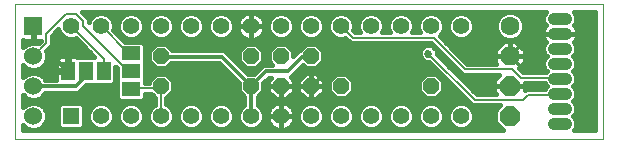
<source format=gbl>
G75*
%MOIN*%
%OFA0B0*%
%FSLAX25Y25*%
%IPPOS*%
%LPD*%
%AMOC8*
5,1,8,0,0,1.08239X$1,22.5*
%
%ADD10C,0.00000*%
%ADD11R,0.05600X0.05600*%
%ADD12C,0.05600*%
%ADD13OC8,0.05200*%
%ADD14OC8,0.06300*%
%ADD15C,0.06300*%
%ADD16OC8,0.06600*%
%ADD17R,0.06000X0.06000*%
%ADD18C,0.06000*%
%ADD19R,0.06300X0.04600*%
%ADD20R,0.04600X0.06300*%
%ADD21C,0.04000*%
%ADD22C,0.01400*%
%ADD23C,0.02700*%
%ADD24C,0.01600*%
%ADD25C,0.00700*%
D10*
X0042595Y0003750D02*
X0042595Y0048750D01*
X0238845Y0048750D01*
X0238845Y0003750D01*
X0042595Y0003750D01*
D11*
X0061345Y0011250D03*
D12*
X0071345Y0011250D03*
X0081345Y0011250D03*
X0091345Y0011250D03*
X0101345Y0011250D03*
X0111345Y0011250D03*
X0121345Y0011250D03*
X0131345Y0011250D03*
X0141345Y0011250D03*
X0151345Y0011250D03*
X0161345Y0011250D03*
X0171345Y0011250D03*
X0181345Y0011250D03*
X0191345Y0011250D03*
X0191345Y0041250D03*
X0181345Y0041250D03*
X0171345Y0041250D03*
X0161345Y0041250D03*
X0151345Y0041250D03*
X0141345Y0041250D03*
X0131345Y0041250D03*
X0121345Y0041250D03*
X0111345Y0041250D03*
X0101345Y0041250D03*
X0091345Y0041250D03*
X0081345Y0041250D03*
X0071345Y0041250D03*
X0061345Y0041250D03*
D13*
X0091345Y0031250D03*
X0091345Y0021250D03*
X0121345Y0021250D03*
X0131345Y0021250D03*
X0141345Y0021250D03*
X0151345Y0021250D03*
X0141345Y0031250D03*
X0131345Y0031250D03*
X0121345Y0031250D03*
X0181345Y0021250D03*
D14*
X0207595Y0031250D03*
D15*
X0207595Y0041250D03*
D16*
X0207595Y0021250D03*
X0207595Y0011250D03*
D17*
X0048845Y0041250D03*
D18*
X0048845Y0031250D03*
X0048845Y0021250D03*
X0048845Y0011250D03*
D19*
X0081345Y0020250D03*
X0081345Y0026250D03*
X0081345Y0032250D03*
D20*
X0072345Y0026250D03*
X0066345Y0026250D03*
X0060345Y0026250D03*
D21*
X0222345Y0023750D02*
X0226345Y0023750D01*
X0226345Y0018750D02*
X0222345Y0018750D01*
X0222345Y0013750D02*
X0226345Y0013750D01*
X0226345Y0008750D02*
X0222345Y0008750D01*
X0222345Y0028750D02*
X0226345Y0028750D01*
X0226345Y0033750D02*
X0222345Y0033750D01*
X0222345Y0038750D02*
X0226345Y0038750D01*
X0226345Y0043750D02*
X0222345Y0043750D01*
D22*
X0226345Y0038750D02*
X0215145Y0038750D01*
X0207795Y0031400D01*
X0207595Y0031250D01*
X0212345Y0026500D01*
X0207595Y0021250D02*
X0195545Y0021250D01*
X0181895Y0034900D01*
X0155295Y0034900D01*
X0141645Y0021250D01*
X0141345Y0021250D01*
X0133545Y0026250D02*
X0126345Y0026250D01*
X0121345Y0021250D01*
X0121345Y0011250D01*
X0121345Y0021250D02*
X0111545Y0031050D01*
X0091595Y0031050D01*
X0091345Y0031250D01*
X0066345Y0026250D02*
X0066045Y0026150D01*
X0066045Y0024400D01*
X0062895Y0021250D01*
X0048845Y0021250D01*
X0054145Y0032450D02*
X0060345Y0026250D01*
X0133545Y0026250D02*
X0138345Y0031050D01*
X0141295Y0031050D01*
X0141345Y0031250D01*
D23*
X0175395Y0032450D03*
X0180495Y0032100D03*
X0212345Y0026500D03*
X0054145Y0032450D03*
D24*
X0053345Y0032145D02*
X0053026Y0032915D01*
X0054945Y0034834D01*
X0054945Y0037984D01*
X0057136Y0040175D01*
X0057700Y0038814D01*
X0058909Y0037605D01*
X0060490Y0036950D01*
X0062200Y0036950D01*
X0062857Y0037222D01*
X0069179Y0030900D01*
X0063647Y0030900D01*
X0063340Y0031077D01*
X0062882Y0031200D01*
X0060695Y0031200D01*
X0060695Y0026600D01*
X0059995Y0026600D01*
X0059995Y0025900D01*
X0056245Y0025900D01*
X0056245Y0023450D01*
X0052805Y0023450D01*
X0052660Y0023799D01*
X0051394Y0025065D01*
X0049740Y0025750D01*
X0047950Y0025750D01*
X0046296Y0025065D01*
X0045395Y0024164D01*
X0045395Y0028336D01*
X0046296Y0027435D01*
X0047950Y0026750D01*
X0049740Y0026750D01*
X0051394Y0027435D01*
X0052660Y0028701D01*
X0053345Y0030355D01*
X0053345Y0032145D01*
X0053189Y0032523D02*
X0067556Y0032523D01*
X0065957Y0034122D02*
X0054233Y0034122D01*
X0054945Y0035720D02*
X0064359Y0035720D01*
X0059600Y0037319D02*
X0054945Y0037319D01*
X0051245Y0036450D02*
X0051245Y0036366D01*
X0050369Y0035490D01*
X0049740Y0035750D01*
X0047950Y0035750D01*
X0046296Y0035065D01*
X0045395Y0034164D01*
X0045395Y0036507D01*
X0045608Y0036450D01*
X0048645Y0036450D01*
X0048645Y0041050D01*
X0049045Y0041050D01*
X0049045Y0036450D01*
X0051245Y0036450D01*
X0050599Y0035720D02*
X0049812Y0035720D01*
X0049045Y0037319D02*
X0048645Y0037319D01*
X0047878Y0035720D02*
X0045395Y0035720D01*
X0048645Y0038917D02*
X0049045Y0038917D01*
X0049045Y0040516D02*
X0048645Y0040516D01*
X0055879Y0038917D02*
X0057657Y0038917D01*
X0067195Y0042467D02*
X0067195Y0043716D01*
X0064961Y0045950D01*
X0219595Y0045950D01*
X0219378Y0045733D01*
X0218845Y0044446D01*
X0218845Y0043054D01*
X0219378Y0041767D01*
X0219683Y0041462D01*
X0219393Y0041172D01*
X0218978Y0040550D01*
X0218691Y0039858D01*
X0218545Y0039124D01*
X0218545Y0038750D01*
X0226345Y0038750D01*
X0226345Y0038750D01*
X0218545Y0038750D01*
X0218545Y0038376D01*
X0218691Y0037642D01*
X0218978Y0036950D01*
X0219393Y0036328D01*
X0219683Y0036038D01*
X0219378Y0035733D01*
X0218845Y0034446D01*
X0218845Y0033054D01*
X0219378Y0031767D01*
X0219895Y0031250D01*
X0219378Y0030733D01*
X0218845Y0029446D01*
X0218845Y0028054D01*
X0219378Y0026767D01*
X0219895Y0026250D01*
X0219545Y0025900D01*
X0212061Y0025900D01*
X0210653Y0027308D01*
X0212545Y0029200D01*
X0212545Y0031250D01*
X0212545Y0033300D01*
X0209645Y0036200D01*
X0207595Y0036200D01*
X0205545Y0036200D01*
X0202645Y0033300D01*
X0202645Y0031250D01*
X0207595Y0031250D01*
X0207595Y0031250D01*
X0202645Y0031250D01*
X0202645Y0029200D01*
X0203145Y0028700D01*
X0193511Y0028700D01*
X0184194Y0038018D01*
X0184990Y0038814D01*
X0185645Y0040395D01*
X0185645Y0042105D01*
X0184990Y0043686D01*
X0183781Y0044895D01*
X0182200Y0045550D01*
X0180490Y0045550D01*
X0178909Y0044895D01*
X0177700Y0043686D01*
X0177045Y0042105D01*
X0177045Y0040395D01*
X0177540Y0039200D01*
X0175150Y0039200D01*
X0175645Y0040395D01*
X0175645Y0042105D01*
X0174990Y0043686D01*
X0173781Y0044895D01*
X0172200Y0045550D01*
X0170490Y0045550D01*
X0168909Y0044895D01*
X0167700Y0043686D01*
X0167045Y0042105D01*
X0167045Y0040395D01*
X0167540Y0039200D01*
X0165150Y0039200D01*
X0165645Y0040395D01*
X0165645Y0042105D01*
X0164990Y0043686D01*
X0163781Y0044895D01*
X0162200Y0045550D01*
X0160490Y0045550D01*
X0158909Y0044895D01*
X0157700Y0043686D01*
X0157045Y0042105D01*
X0157045Y0040395D01*
X0157540Y0039200D01*
X0156061Y0039200D01*
X0155417Y0039844D01*
X0155645Y0040395D01*
X0155645Y0042105D01*
X0154990Y0043686D01*
X0153781Y0044895D01*
X0152200Y0045550D01*
X0150490Y0045550D01*
X0148909Y0044895D01*
X0147700Y0043686D01*
X0147045Y0042105D01*
X0147045Y0040395D01*
X0147700Y0038814D01*
X0148909Y0037605D01*
X0150490Y0036950D01*
X0152200Y0036950D01*
X0152822Y0037207D01*
X0154529Y0035500D01*
X0181479Y0035500D01*
X0191979Y0025000D01*
X0204133Y0025000D01*
X0202495Y0023362D01*
X0202495Y0021250D01*
X0207595Y0021250D01*
X0207595Y0021250D01*
X0202495Y0021250D01*
X0202495Y0019138D01*
X0203083Y0018550D01*
X0196661Y0018550D01*
X0183345Y0031866D01*
X0183345Y0032667D01*
X0182911Y0033714D01*
X0182110Y0034516D01*
X0181062Y0034950D01*
X0179928Y0034950D01*
X0178881Y0034516D01*
X0178079Y0033714D01*
X0177645Y0032667D01*
X0177645Y0031533D01*
X0178079Y0030486D01*
X0178881Y0029684D01*
X0179928Y0029250D01*
X0180729Y0029250D01*
X0195129Y0014850D01*
X0204407Y0014850D01*
X0202795Y0013238D01*
X0202795Y0009262D01*
X0205507Y0006550D01*
X0045395Y0006550D01*
X0045395Y0008336D01*
X0046296Y0007435D01*
X0047950Y0006750D01*
X0049740Y0006750D01*
X0051394Y0007435D01*
X0052660Y0008701D01*
X0053345Y0010355D01*
X0053345Y0012145D01*
X0052660Y0013799D01*
X0051394Y0015065D01*
X0049740Y0015750D01*
X0047950Y0015750D01*
X0046296Y0015065D01*
X0045395Y0014164D01*
X0045395Y0018336D01*
X0046296Y0017435D01*
X0047950Y0016750D01*
X0049740Y0016750D01*
X0051394Y0017435D01*
X0052660Y0018701D01*
X0052805Y0019050D01*
X0063806Y0019050D01*
X0065095Y0020339D01*
X0066356Y0021600D01*
X0069266Y0021600D01*
X0069345Y0021679D01*
X0069424Y0021600D01*
X0075266Y0021600D01*
X0076145Y0022479D01*
X0076145Y0027784D01*
X0076695Y0027234D01*
X0076695Y0023329D01*
X0076774Y0023250D01*
X0076695Y0023171D01*
X0076695Y0017329D01*
X0077574Y0016450D01*
X0085116Y0016450D01*
X0085995Y0017329D01*
X0085995Y0018700D01*
X0088097Y0018700D01*
X0089395Y0017402D01*
X0089395Y0015097D01*
X0088909Y0014895D01*
X0087700Y0013686D01*
X0087045Y0012105D01*
X0087045Y0010395D01*
X0087700Y0008814D01*
X0088909Y0007605D01*
X0090490Y0006950D01*
X0092200Y0006950D01*
X0093781Y0007605D01*
X0094990Y0008814D01*
X0095645Y0010395D01*
X0095645Y0012105D01*
X0094990Y0013686D01*
X0093781Y0014895D01*
X0093095Y0015179D01*
X0093095Y0017202D01*
X0095445Y0019552D01*
X0095445Y0022948D01*
X0093043Y0025350D01*
X0089647Y0025350D01*
X0087245Y0022948D01*
X0087245Y0022400D01*
X0085995Y0022400D01*
X0085995Y0023171D01*
X0085916Y0023250D01*
X0085995Y0023329D01*
X0085995Y0029171D01*
X0085916Y0029250D01*
X0085995Y0029329D01*
X0085995Y0035171D01*
X0085116Y0036050D01*
X0079411Y0036050D01*
X0075476Y0039986D01*
X0075645Y0040395D01*
X0075645Y0042105D01*
X0074990Y0043686D01*
X0073781Y0044895D01*
X0072200Y0045550D01*
X0070490Y0045550D01*
X0068909Y0044895D01*
X0067700Y0043686D01*
X0067195Y0042467D01*
X0067195Y0043713D02*
X0067727Y0043713D01*
X0065600Y0045311D02*
X0069914Y0045311D01*
X0072777Y0045311D02*
X0079914Y0045311D01*
X0080490Y0045550D02*
X0078909Y0044895D01*
X0077700Y0043686D01*
X0077045Y0042105D01*
X0077045Y0040395D01*
X0077700Y0038814D01*
X0078909Y0037605D01*
X0080490Y0036950D01*
X0082200Y0036950D01*
X0083781Y0037605D01*
X0084990Y0038814D01*
X0085645Y0040395D01*
X0085645Y0042105D01*
X0084990Y0043686D01*
X0083781Y0044895D01*
X0082200Y0045550D01*
X0080490Y0045550D01*
X0082777Y0045311D02*
X0089914Y0045311D01*
X0090490Y0045550D02*
X0088909Y0044895D01*
X0087700Y0043686D01*
X0087045Y0042105D01*
X0087045Y0040395D01*
X0087700Y0038814D01*
X0088909Y0037605D01*
X0090490Y0036950D01*
X0092200Y0036950D01*
X0093781Y0037605D01*
X0094990Y0038814D01*
X0095645Y0040395D01*
X0095645Y0042105D01*
X0094990Y0043686D01*
X0093781Y0044895D01*
X0092200Y0045550D01*
X0090490Y0045550D01*
X0092777Y0045311D02*
X0099914Y0045311D01*
X0100490Y0045550D02*
X0098909Y0044895D01*
X0097700Y0043686D01*
X0097045Y0042105D01*
X0097045Y0040395D01*
X0097700Y0038814D01*
X0098909Y0037605D01*
X0100490Y0036950D01*
X0102200Y0036950D01*
X0103781Y0037605D01*
X0104990Y0038814D01*
X0105645Y0040395D01*
X0105645Y0042105D01*
X0104990Y0043686D01*
X0103781Y0044895D01*
X0102200Y0045550D01*
X0100490Y0045550D01*
X0102777Y0045311D02*
X0109914Y0045311D01*
X0110490Y0045550D02*
X0108909Y0044895D01*
X0107700Y0043686D01*
X0107045Y0042105D01*
X0107045Y0040395D01*
X0107700Y0038814D01*
X0108909Y0037605D01*
X0110490Y0036950D01*
X0112200Y0036950D01*
X0113781Y0037605D01*
X0114990Y0038814D01*
X0115645Y0040395D01*
X0115645Y0042105D01*
X0114990Y0043686D01*
X0113781Y0044895D01*
X0112200Y0045550D01*
X0110490Y0045550D01*
X0112777Y0045311D02*
X0119184Y0045311D01*
X0118934Y0045184D02*
X0119579Y0045513D01*
X0120268Y0045737D01*
X0120983Y0045850D01*
X0121345Y0045850D01*
X0121345Y0041250D01*
X0121345Y0041250D01*
X0116745Y0041250D01*
X0116745Y0041612D01*
X0116858Y0042327D01*
X0117082Y0043016D01*
X0117411Y0043661D01*
X0117836Y0044247D01*
X0118348Y0044759D01*
X0118934Y0045184D01*
X0117449Y0043713D02*
X0114963Y0043713D01*
X0115641Y0042114D02*
X0116825Y0042114D01*
X0116745Y0041250D02*
X0116745Y0040888D01*
X0116858Y0040173D01*
X0117082Y0039484D01*
X0117411Y0038839D01*
X0117836Y0038253D01*
X0118348Y0037741D01*
X0118934Y0037316D01*
X0119579Y0036987D01*
X0120268Y0036763D01*
X0120983Y0036650D01*
X0121345Y0036650D01*
X0121345Y0041250D01*
X0116745Y0041250D01*
X0116804Y0040516D02*
X0115645Y0040516D01*
X0115033Y0038917D02*
X0117371Y0038917D01*
X0121345Y0038917D02*
X0121345Y0038917D01*
X0121345Y0040516D02*
X0121345Y0040516D01*
X0121345Y0041250D02*
X0121345Y0036650D01*
X0121707Y0036650D01*
X0122422Y0036763D01*
X0123111Y0036987D01*
X0123756Y0037316D01*
X0124342Y0037741D01*
X0124854Y0038253D01*
X0125279Y0038839D01*
X0125608Y0039484D01*
X0125832Y0040173D01*
X0125945Y0040888D01*
X0125945Y0041250D01*
X0125945Y0041612D01*
X0125832Y0042327D01*
X0125608Y0043016D01*
X0125279Y0043661D01*
X0124854Y0044247D01*
X0124342Y0044759D01*
X0123756Y0045184D01*
X0123111Y0045513D01*
X0122422Y0045737D01*
X0121707Y0045850D01*
X0121345Y0045850D01*
X0121345Y0041250D01*
X0121345Y0041250D01*
X0121345Y0041250D01*
X0125945Y0041250D01*
X0121345Y0041250D01*
X0121345Y0041250D01*
X0121345Y0042114D02*
X0121345Y0042114D01*
X0121345Y0043713D02*
X0121345Y0043713D01*
X0121345Y0045311D02*
X0121345Y0045311D01*
X0123507Y0045311D02*
X0129914Y0045311D01*
X0130490Y0045550D02*
X0128909Y0044895D01*
X0127700Y0043686D01*
X0127045Y0042105D01*
X0127045Y0040395D01*
X0127700Y0038814D01*
X0128909Y0037605D01*
X0130490Y0036950D01*
X0132200Y0036950D01*
X0133781Y0037605D01*
X0134990Y0038814D01*
X0135645Y0040395D01*
X0135645Y0042105D01*
X0134990Y0043686D01*
X0133781Y0044895D01*
X0132200Y0045550D01*
X0130490Y0045550D01*
X0132777Y0045311D02*
X0139914Y0045311D01*
X0140490Y0045550D02*
X0138909Y0044895D01*
X0137700Y0043686D01*
X0137045Y0042105D01*
X0137045Y0040395D01*
X0137700Y0038814D01*
X0138909Y0037605D01*
X0140490Y0036950D01*
X0142200Y0036950D01*
X0143781Y0037605D01*
X0144990Y0038814D01*
X0145645Y0040395D01*
X0145645Y0042105D01*
X0144990Y0043686D01*
X0143781Y0044895D01*
X0142200Y0045550D01*
X0140490Y0045550D01*
X0142777Y0045311D02*
X0149914Y0045311D01*
X0147727Y0043713D02*
X0144963Y0043713D01*
X0145641Y0042114D02*
X0147049Y0042114D01*
X0147045Y0040516D02*
X0145645Y0040516D01*
X0145033Y0038917D02*
X0147657Y0038917D01*
X0149600Y0037319D02*
X0143091Y0037319D01*
X0143043Y0035350D02*
X0139647Y0035350D01*
X0137547Y0033250D01*
X0137434Y0033250D01*
X0135445Y0031261D01*
X0135445Y0032948D01*
X0133043Y0035350D01*
X0129647Y0035350D01*
X0127245Y0032948D01*
X0127245Y0029552D01*
X0128347Y0028450D01*
X0125434Y0028450D01*
X0122334Y0025350D01*
X0120356Y0025350D01*
X0112456Y0033250D01*
X0095143Y0033250D01*
X0093043Y0035350D01*
X0089647Y0035350D01*
X0087245Y0032948D01*
X0087245Y0029552D01*
X0089647Y0027150D01*
X0093043Y0027150D01*
X0094743Y0028850D01*
X0110634Y0028850D01*
X0117245Y0022239D01*
X0117245Y0019552D01*
X0119145Y0017652D01*
X0119145Y0014993D01*
X0118909Y0014895D01*
X0117700Y0013686D01*
X0117045Y0012105D01*
X0117045Y0010395D01*
X0117700Y0008814D01*
X0118909Y0007605D01*
X0120490Y0006950D01*
X0122200Y0006950D01*
X0123781Y0007605D01*
X0124990Y0008814D01*
X0125645Y0010395D01*
X0125645Y0012105D01*
X0124990Y0013686D01*
X0123781Y0014895D01*
X0123545Y0014993D01*
X0123545Y0017652D01*
X0125445Y0019552D01*
X0125445Y0022239D01*
X0127256Y0024050D01*
X0127923Y0024050D01*
X0126945Y0023073D01*
X0126945Y0021250D01*
X0131345Y0021250D01*
X0131345Y0021250D01*
X0126945Y0021250D01*
X0126945Y0019427D01*
X0129523Y0016850D01*
X0131345Y0016850D01*
X0131345Y0021250D01*
X0131345Y0021250D01*
X0131345Y0016850D01*
X0133168Y0016850D01*
X0135745Y0019427D01*
X0135745Y0021250D01*
X0135745Y0023073D01*
X0134612Y0024206D01*
X0135745Y0025339D01*
X0138602Y0028195D01*
X0139647Y0027150D01*
X0143043Y0027150D01*
X0145445Y0029552D01*
X0145445Y0032948D01*
X0143043Y0035350D01*
X0144272Y0034122D02*
X0178486Y0034122D01*
X0177645Y0032523D02*
X0145445Y0032523D01*
X0145445Y0030925D02*
X0177897Y0030925D01*
X0179744Y0029326D02*
X0145220Y0029326D01*
X0143621Y0027728D02*
X0182251Y0027728D01*
X0185885Y0029326D02*
X0187653Y0029326D01*
X0187484Y0027728D02*
X0189251Y0027728D01*
X0192885Y0029326D02*
X0202645Y0029326D01*
X0202645Y0030925D02*
X0191287Y0030925D01*
X0189688Y0032523D02*
X0202645Y0032523D01*
X0203467Y0034122D02*
X0188090Y0034122D01*
X0186491Y0035720D02*
X0205065Y0035720D01*
X0204961Y0037308D02*
X0206670Y0036600D01*
X0208520Y0036600D01*
X0210229Y0037308D01*
X0211537Y0038616D01*
X0212245Y0040325D01*
X0212245Y0042175D01*
X0211537Y0043884D01*
X0210229Y0045192D01*
X0208520Y0045900D01*
X0206670Y0045900D01*
X0204961Y0045192D01*
X0203653Y0043884D01*
X0202945Y0042175D01*
X0202945Y0040325D01*
X0203653Y0038616D01*
X0204961Y0037308D01*
X0204950Y0037319D02*
X0193091Y0037319D01*
X0193781Y0037605D02*
X0192200Y0036950D01*
X0190490Y0036950D01*
X0188909Y0037605D01*
X0187700Y0038814D01*
X0187045Y0040395D01*
X0187045Y0042105D01*
X0187700Y0043686D01*
X0188909Y0044895D01*
X0190490Y0045550D01*
X0192200Y0045550D01*
X0193781Y0044895D01*
X0194990Y0043686D01*
X0195645Y0042105D01*
X0195645Y0040395D01*
X0194990Y0038814D01*
X0193781Y0037605D01*
X0195033Y0038917D02*
X0203528Y0038917D01*
X0202945Y0040516D02*
X0195645Y0040516D01*
X0195641Y0042114D02*
X0202945Y0042114D01*
X0203582Y0043713D02*
X0194963Y0043713D01*
X0192777Y0045311D02*
X0205249Y0045311D01*
X0209941Y0045311D02*
X0219203Y0045311D01*
X0218845Y0043713D02*
X0211608Y0043713D01*
X0212245Y0042114D02*
X0219234Y0042114D01*
X0218963Y0040516D02*
X0212245Y0040516D01*
X0211662Y0038917D02*
X0218545Y0038917D01*
X0218825Y0037319D02*
X0210240Y0037319D01*
X0210125Y0035720D02*
X0219373Y0035720D01*
X0218845Y0034122D02*
X0211724Y0034122D01*
X0212545Y0032523D02*
X0219065Y0032523D01*
X0219570Y0030925D02*
X0212545Y0030925D01*
X0212545Y0031250D02*
X0207595Y0031250D01*
X0207595Y0036200D01*
X0207595Y0031250D01*
X0207595Y0031250D01*
X0212545Y0031250D01*
X0212545Y0029326D02*
X0218845Y0029326D01*
X0218980Y0027728D02*
X0211073Y0027728D01*
X0211832Y0026129D02*
X0219775Y0026129D01*
X0228795Y0026250D02*
X0229312Y0026767D01*
X0229845Y0028054D01*
X0229845Y0029446D01*
X0229312Y0030733D01*
X0228795Y0031250D01*
X0229312Y0031767D01*
X0229845Y0033054D01*
X0229845Y0034446D01*
X0229312Y0035733D01*
X0229007Y0036038D01*
X0229297Y0036328D01*
X0229713Y0036950D01*
X0229999Y0037642D01*
X0230145Y0038376D01*
X0230145Y0038750D01*
X0230145Y0039124D01*
X0229999Y0039858D01*
X0229713Y0040550D01*
X0229297Y0041172D01*
X0229007Y0041462D01*
X0229312Y0041767D01*
X0229845Y0043054D01*
X0229845Y0044446D01*
X0229312Y0045733D01*
X0229095Y0045950D01*
X0236045Y0045950D01*
X0236045Y0006550D01*
X0229095Y0006550D01*
X0229312Y0006767D01*
X0229845Y0008054D01*
X0229845Y0009446D01*
X0229312Y0010733D01*
X0228795Y0011250D01*
X0229312Y0011767D01*
X0229845Y0013054D01*
X0229845Y0014446D01*
X0229312Y0015733D01*
X0228795Y0016250D01*
X0229312Y0016767D01*
X0229845Y0018054D01*
X0229845Y0019446D01*
X0229312Y0020733D01*
X0228795Y0021250D01*
X0229312Y0021767D01*
X0229845Y0023054D01*
X0229845Y0024446D01*
X0229312Y0025733D01*
X0228795Y0026250D01*
X0228916Y0026129D02*
X0236045Y0026129D01*
X0236045Y0024531D02*
X0229810Y0024531D01*
X0229795Y0022932D02*
X0236045Y0022932D01*
X0236045Y0021334D02*
X0228879Y0021334D01*
X0229725Y0019735D02*
X0236045Y0019735D01*
X0236045Y0018137D02*
X0229845Y0018137D01*
X0229083Y0016538D02*
X0236045Y0016538D01*
X0236045Y0014940D02*
X0229641Y0014940D01*
X0229845Y0013341D02*
X0236045Y0013341D01*
X0236045Y0011743D02*
X0229287Y0011743D01*
X0229556Y0010144D02*
X0236045Y0010144D01*
X0236045Y0008546D02*
X0229845Y0008546D01*
X0229387Y0006947D02*
X0236045Y0006947D01*
X0205110Y0006947D02*
X0132988Y0006947D01*
X0133111Y0006987D02*
X0133756Y0007316D01*
X0134342Y0007741D01*
X0134854Y0008253D01*
X0135279Y0008839D01*
X0135608Y0009484D01*
X0135832Y0010173D01*
X0135945Y0010888D01*
X0135945Y0011250D01*
X0135945Y0011612D01*
X0135832Y0012327D01*
X0135608Y0013016D01*
X0135279Y0013661D01*
X0134854Y0014247D01*
X0134342Y0014759D01*
X0133756Y0015184D01*
X0133111Y0015513D01*
X0132422Y0015737D01*
X0131707Y0015850D01*
X0131345Y0015850D01*
X0130983Y0015850D01*
X0130268Y0015737D01*
X0129579Y0015513D01*
X0128934Y0015184D01*
X0128348Y0014759D01*
X0127836Y0014247D01*
X0127411Y0013661D01*
X0127082Y0013016D01*
X0126858Y0012327D01*
X0126745Y0011612D01*
X0126745Y0011250D01*
X0131345Y0011250D01*
X0131345Y0011250D01*
X0126745Y0011250D01*
X0126745Y0010888D01*
X0126858Y0010173D01*
X0127082Y0009484D01*
X0127411Y0008839D01*
X0127836Y0008253D01*
X0128348Y0007741D01*
X0128934Y0007316D01*
X0129579Y0006987D01*
X0130268Y0006763D01*
X0130983Y0006650D01*
X0131345Y0006650D01*
X0131345Y0011250D01*
X0131345Y0015850D01*
X0131345Y0011250D01*
X0131345Y0011250D01*
X0131345Y0011250D01*
X0131345Y0006650D01*
X0131707Y0006650D01*
X0132422Y0006763D01*
X0133111Y0006987D01*
X0131345Y0006947D02*
X0131345Y0006947D01*
X0129702Y0006947D02*
X0050216Y0006947D01*
X0047474Y0006947D02*
X0045395Y0006947D01*
X0052505Y0008546D02*
X0057045Y0008546D01*
X0057045Y0007829D02*
X0057924Y0006950D01*
X0064766Y0006950D01*
X0065645Y0007829D01*
X0065645Y0014671D01*
X0064766Y0015550D01*
X0057924Y0015550D01*
X0057045Y0014671D01*
X0057045Y0007829D01*
X0057045Y0010144D02*
X0053258Y0010144D01*
X0053345Y0011743D02*
X0057045Y0011743D01*
X0057045Y0013341D02*
X0052850Y0013341D01*
X0051520Y0014940D02*
X0057313Y0014940D01*
X0065377Y0014940D02*
X0069016Y0014940D01*
X0068909Y0014895D02*
X0067700Y0013686D01*
X0067045Y0012105D01*
X0067045Y0010395D01*
X0067700Y0008814D01*
X0068909Y0007605D01*
X0070490Y0006950D01*
X0072200Y0006950D01*
X0073781Y0007605D01*
X0074990Y0008814D01*
X0075645Y0010395D01*
X0075645Y0012105D01*
X0074990Y0013686D01*
X0073781Y0014895D01*
X0072200Y0015550D01*
X0070490Y0015550D01*
X0068909Y0014895D01*
X0067557Y0013341D02*
X0065645Y0013341D01*
X0065645Y0011743D02*
X0067045Y0011743D01*
X0067149Y0010144D02*
X0065645Y0010144D01*
X0065645Y0008546D02*
X0067968Y0008546D01*
X0074722Y0008546D02*
X0077968Y0008546D01*
X0077700Y0008814D02*
X0078909Y0007605D01*
X0080490Y0006950D01*
X0082200Y0006950D01*
X0083781Y0007605D01*
X0084990Y0008814D01*
X0085645Y0010395D01*
X0085645Y0012105D01*
X0084990Y0013686D01*
X0083781Y0014895D01*
X0082200Y0015550D01*
X0080490Y0015550D01*
X0078909Y0014895D01*
X0077700Y0013686D01*
X0077045Y0012105D01*
X0077045Y0010395D01*
X0077700Y0008814D01*
X0077149Y0010144D02*
X0075541Y0010144D01*
X0075645Y0011743D02*
X0077045Y0011743D01*
X0077557Y0013341D02*
X0075133Y0013341D01*
X0073674Y0014940D02*
X0079016Y0014940D01*
X0077486Y0016538D02*
X0045395Y0016538D01*
X0045395Y0018137D02*
X0045595Y0018137D01*
X0052096Y0018137D02*
X0076695Y0018137D01*
X0076695Y0019735D02*
X0064492Y0019735D01*
X0066090Y0021334D02*
X0076695Y0021334D01*
X0076695Y0022932D02*
X0076145Y0022932D01*
X0076145Y0024531D02*
X0076695Y0024531D01*
X0076695Y0026129D02*
X0076145Y0026129D01*
X0076145Y0027728D02*
X0076201Y0027728D01*
X0069154Y0030925D02*
X0063604Y0030925D01*
X0060695Y0030925D02*
X0059995Y0030925D01*
X0059995Y0031200D02*
X0057808Y0031200D01*
X0057350Y0031077D01*
X0056940Y0030840D01*
X0056605Y0030505D01*
X0056368Y0030095D01*
X0056245Y0029637D01*
X0056245Y0026600D01*
X0059995Y0026600D01*
X0059995Y0031200D01*
X0057086Y0030925D02*
X0053345Y0030925D01*
X0052919Y0029326D02*
X0056245Y0029326D01*
X0056245Y0027728D02*
X0051687Y0027728D01*
X0046003Y0027728D02*
X0045395Y0027728D01*
X0045395Y0026129D02*
X0059995Y0026129D01*
X0059995Y0027728D02*
X0060695Y0027728D01*
X0060695Y0029326D02*
X0059995Y0029326D01*
X0056245Y0024531D02*
X0051928Y0024531D01*
X0045762Y0024531D02*
X0045395Y0024531D01*
X0045395Y0014940D02*
X0046171Y0014940D01*
X0083674Y0014940D02*
X0089016Y0014940D01*
X0087557Y0013341D02*
X0085133Y0013341D01*
X0085645Y0011743D02*
X0087045Y0011743D01*
X0087149Y0010144D02*
X0085541Y0010144D01*
X0084722Y0008546D02*
X0087968Y0008546D01*
X0094722Y0008546D02*
X0097968Y0008546D01*
X0097700Y0008814D02*
X0098909Y0007605D01*
X0100490Y0006950D01*
X0102200Y0006950D01*
X0103781Y0007605D01*
X0104990Y0008814D01*
X0105645Y0010395D01*
X0105645Y0012105D01*
X0104990Y0013686D01*
X0103781Y0014895D01*
X0102200Y0015550D01*
X0100490Y0015550D01*
X0098909Y0014895D01*
X0097700Y0013686D01*
X0097045Y0012105D01*
X0097045Y0010395D01*
X0097700Y0008814D01*
X0097149Y0010144D02*
X0095541Y0010144D01*
X0095645Y0011743D02*
X0097045Y0011743D01*
X0097557Y0013341D02*
X0095133Y0013341D01*
X0093674Y0014940D02*
X0099016Y0014940D01*
X0103674Y0014940D02*
X0109016Y0014940D01*
X0108909Y0014895D02*
X0107700Y0013686D01*
X0107045Y0012105D01*
X0107045Y0010395D01*
X0107700Y0008814D01*
X0108909Y0007605D01*
X0110490Y0006950D01*
X0112200Y0006950D01*
X0113781Y0007605D01*
X0114990Y0008814D01*
X0115645Y0010395D01*
X0115645Y0012105D01*
X0114990Y0013686D01*
X0113781Y0014895D01*
X0112200Y0015550D01*
X0110490Y0015550D01*
X0108909Y0014895D01*
X0107557Y0013341D02*
X0105133Y0013341D01*
X0105645Y0011743D02*
X0107045Y0011743D01*
X0107149Y0010144D02*
X0105541Y0010144D01*
X0104722Y0008546D02*
X0107968Y0008546D01*
X0114722Y0008546D02*
X0117968Y0008546D01*
X0117149Y0010144D02*
X0115541Y0010144D01*
X0115645Y0011743D02*
X0117045Y0011743D01*
X0117557Y0013341D02*
X0115133Y0013341D01*
X0113674Y0014940D02*
X0119016Y0014940D01*
X0119145Y0016538D02*
X0093095Y0016538D01*
X0094030Y0018137D02*
X0118660Y0018137D01*
X0117245Y0019735D02*
X0095445Y0019735D01*
X0095445Y0021334D02*
X0117245Y0021334D01*
X0116552Y0022932D02*
X0095445Y0022932D01*
X0093863Y0024531D02*
X0114953Y0024531D01*
X0113355Y0026129D02*
X0085995Y0026129D01*
X0085995Y0024531D02*
X0088828Y0024531D01*
X0087245Y0022932D02*
X0085995Y0022932D01*
X0085995Y0018137D02*
X0088660Y0018137D01*
X0089395Y0016538D02*
X0085205Y0016538D01*
X0085995Y0027728D02*
X0089069Y0027728D01*
X0087471Y0029326D02*
X0085993Y0029326D01*
X0085995Y0030925D02*
X0087245Y0030925D01*
X0087245Y0032523D02*
X0085995Y0032523D01*
X0085995Y0034122D02*
X0088419Y0034122D01*
X0085446Y0035720D02*
X0154309Y0035720D01*
X0155645Y0040516D02*
X0157045Y0040516D01*
X0157049Y0042114D02*
X0155641Y0042114D01*
X0154963Y0043713D02*
X0157727Y0043713D01*
X0159914Y0045311D02*
X0152777Y0045311D01*
X0162777Y0045311D02*
X0169914Y0045311D01*
X0167727Y0043713D02*
X0164963Y0043713D01*
X0165641Y0042114D02*
X0167049Y0042114D01*
X0167045Y0040516D02*
X0165645Y0040516D01*
X0174963Y0043713D02*
X0177727Y0043713D01*
X0179914Y0045311D02*
X0172777Y0045311D01*
X0175641Y0042114D02*
X0177049Y0042114D01*
X0177045Y0040516D02*
X0175645Y0040516D01*
X0185033Y0038917D02*
X0187657Y0038917D01*
X0187045Y0040516D02*
X0185645Y0040516D01*
X0185641Y0042114D02*
X0187049Y0042114D01*
X0187727Y0043713D02*
X0184963Y0043713D01*
X0182777Y0045311D02*
X0189914Y0045311D01*
X0189600Y0037319D02*
X0184893Y0037319D01*
X0182857Y0034122D02*
X0182504Y0034122D01*
X0183345Y0032523D02*
X0184456Y0032523D01*
X0184287Y0030925D02*
X0186054Y0030925D01*
X0183850Y0026129D02*
X0136536Y0026129D01*
X0134937Y0024531D02*
X0138403Y0024531D01*
X0139523Y0025650D02*
X0136945Y0023073D01*
X0136945Y0021250D01*
X0141345Y0021250D01*
X0141345Y0021250D01*
X0136945Y0021250D01*
X0136945Y0019427D01*
X0139523Y0016850D01*
X0141345Y0016850D01*
X0141345Y0021250D01*
X0141345Y0025650D01*
X0139523Y0025650D01*
X0141345Y0025650D02*
X0141345Y0021250D01*
X0141345Y0021250D01*
X0141345Y0021250D01*
X0141345Y0016850D01*
X0143168Y0016850D01*
X0145745Y0019427D01*
X0145745Y0021250D01*
X0145745Y0023073D01*
X0143168Y0025650D01*
X0141345Y0025650D01*
X0141345Y0024531D02*
X0141345Y0024531D01*
X0144287Y0024531D02*
X0148828Y0024531D01*
X0149647Y0025350D02*
X0147245Y0022948D01*
X0147245Y0019552D01*
X0149647Y0017150D01*
X0153043Y0017150D01*
X0155445Y0019552D01*
X0155445Y0022948D01*
X0153043Y0025350D01*
X0149647Y0025350D01*
X0153863Y0024531D02*
X0178828Y0024531D01*
X0179647Y0025350D02*
X0177245Y0022948D01*
X0177245Y0019552D01*
X0179647Y0017150D01*
X0183043Y0017150D01*
X0185445Y0019552D01*
X0185445Y0022948D01*
X0183043Y0025350D01*
X0179647Y0025350D01*
X0183863Y0024531D02*
X0185448Y0024531D01*
X0189082Y0026129D02*
X0190850Y0026129D01*
X0190681Y0024531D02*
X0203663Y0024531D01*
X0202495Y0022932D02*
X0192279Y0022932D01*
X0193878Y0021334D02*
X0202495Y0021334D01*
X0207595Y0021250D02*
X0212695Y0021250D01*
X0212695Y0022200D01*
X0219199Y0022200D01*
X0219378Y0021767D01*
X0219895Y0021250D01*
X0219378Y0020733D01*
X0219199Y0020300D01*
X0213029Y0020300D01*
X0212695Y0019966D01*
X0212695Y0021250D01*
X0207595Y0021250D01*
X0207595Y0021250D01*
X0202495Y0019735D02*
X0195476Y0019735D01*
X0191842Y0018137D02*
X0184030Y0018137D01*
X0178660Y0018137D02*
X0154030Y0018137D01*
X0155445Y0019735D02*
X0177245Y0019735D01*
X0177245Y0021334D02*
X0155445Y0021334D01*
X0155445Y0022932D02*
X0177245Y0022932D01*
X0185445Y0022932D02*
X0187047Y0022932D01*
X0188645Y0021334D02*
X0185445Y0021334D01*
X0185445Y0019735D02*
X0190244Y0019735D01*
X0193441Y0016538D02*
X0123545Y0016538D01*
X0124030Y0018137D02*
X0128236Y0018137D01*
X0131345Y0018137D02*
X0131345Y0018137D01*
X0134454Y0018137D02*
X0138236Y0018137D01*
X0141345Y0018137D02*
X0141345Y0018137D01*
X0144454Y0018137D02*
X0148660Y0018137D01*
X0147245Y0019735D02*
X0145745Y0019735D01*
X0145745Y0021250D02*
X0141345Y0021250D01*
X0145745Y0021250D01*
X0145745Y0021334D02*
X0147245Y0021334D01*
X0147245Y0022932D02*
X0145745Y0022932D01*
X0141345Y0022932D02*
X0141345Y0022932D01*
X0141345Y0021334D02*
X0141345Y0021334D01*
X0141345Y0021250D02*
X0141345Y0021250D01*
X0141345Y0019735D02*
X0141345Y0019735D01*
X0136945Y0019735D02*
X0135745Y0019735D01*
X0135745Y0021250D02*
X0131345Y0021250D01*
X0135745Y0021250D01*
X0135745Y0021334D02*
X0136945Y0021334D01*
X0136945Y0022932D02*
X0135745Y0022932D01*
X0131345Y0021250D02*
X0131345Y0021250D01*
X0131345Y0019735D02*
X0131345Y0019735D01*
X0126945Y0019735D02*
X0125445Y0019735D01*
X0125445Y0021334D02*
X0126945Y0021334D01*
X0126945Y0022932D02*
X0126139Y0022932D01*
X0123113Y0026129D02*
X0119577Y0026129D01*
X0119647Y0027150D02*
X0123043Y0027150D01*
X0125445Y0029552D01*
X0125445Y0032948D01*
X0123043Y0035350D01*
X0119647Y0035350D01*
X0117245Y0032948D01*
X0117245Y0029552D01*
X0119647Y0027150D01*
X0119069Y0027728D02*
X0117979Y0027728D01*
X0117471Y0029326D02*
X0116380Y0029326D01*
X0117245Y0030925D02*
X0114782Y0030925D01*
X0113183Y0032523D02*
X0117245Y0032523D01*
X0118419Y0034122D02*
X0094272Y0034122D01*
X0093091Y0037319D02*
X0099600Y0037319D01*
X0103091Y0037319D02*
X0109600Y0037319D01*
X0107657Y0038917D02*
X0105033Y0038917D01*
X0105645Y0040516D02*
X0107045Y0040516D01*
X0107049Y0042114D02*
X0105641Y0042114D01*
X0104963Y0043713D02*
X0107727Y0043713D01*
X0097727Y0043713D02*
X0094963Y0043713D01*
X0095641Y0042114D02*
X0097049Y0042114D01*
X0097045Y0040516D02*
X0095645Y0040516D01*
X0095033Y0038917D02*
X0097657Y0038917D01*
X0089600Y0037319D02*
X0083091Y0037319D01*
X0079600Y0037319D02*
X0078143Y0037319D01*
X0077657Y0038917D02*
X0076544Y0038917D01*
X0077045Y0040516D02*
X0075645Y0040516D01*
X0075641Y0042114D02*
X0077049Y0042114D01*
X0077727Y0043713D02*
X0074963Y0043713D01*
X0084963Y0043713D02*
X0087727Y0043713D01*
X0087049Y0042114D02*
X0085641Y0042114D01*
X0085645Y0040516D02*
X0087045Y0040516D01*
X0087657Y0038917D02*
X0085033Y0038917D01*
X0113091Y0037319D02*
X0118930Y0037319D01*
X0121345Y0037319D02*
X0121345Y0037319D01*
X0123760Y0037319D02*
X0129600Y0037319D01*
X0133091Y0037319D02*
X0139600Y0037319D01*
X0137657Y0038917D02*
X0135033Y0038917D01*
X0135645Y0040516D02*
X0137045Y0040516D01*
X0137049Y0042114D02*
X0135641Y0042114D01*
X0134963Y0043713D02*
X0137727Y0043713D01*
X0127727Y0043713D02*
X0125242Y0043713D01*
X0125866Y0042114D02*
X0127049Y0042114D01*
X0127045Y0040516D02*
X0125886Y0040516D01*
X0125319Y0038917D02*
X0127657Y0038917D01*
X0128419Y0034122D02*
X0124272Y0034122D01*
X0125445Y0032523D02*
X0127245Y0032523D01*
X0127245Y0030925D02*
X0125445Y0030925D01*
X0125220Y0029326D02*
X0127471Y0029326D01*
X0124712Y0027728D02*
X0123621Y0027728D01*
X0111756Y0027728D02*
X0093621Y0027728D01*
X0123674Y0014940D02*
X0128597Y0014940D01*
X0127248Y0013341D02*
X0125133Y0013341D01*
X0125645Y0011743D02*
X0126766Y0011743D01*
X0126868Y0010144D02*
X0125541Y0010144D01*
X0124722Y0008546D02*
X0127624Y0008546D01*
X0131345Y0008546D02*
X0131345Y0008546D01*
X0135066Y0008546D02*
X0137968Y0008546D01*
X0137700Y0008814D02*
X0138909Y0007605D01*
X0140490Y0006950D01*
X0142200Y0006950D01*
X0143781Y0007605D01*
X0144990Y0008814D01*
X0145645Y0010395D01*
X0145645Y0012105D01*
X0144990Y0013686D01*
X0143781Y0014895D01*
X0142200Y0015550D01*
X0140490Y0015550D01*
X0138909Y0014895D01*
X0137700Y0013686D01*
X0137045Y0012105D01*
X0137045Y0010395D01*
X0137700Y0008814D01*
X0137149Y0010144D02*
X0135823Y0010144D01*
X0135945Y0011250D02*
X0131345Y0011250D01*
X0135945Y0011250D01*
X0135924Y0011743D02*
X0137045Y0011743D01*
X0137557Y0013341D02*
X0135442Y0013341D01*
X0134093Y0014940D02*
X0139016Y0014940D01*
X0143674Y0014940D02*
X0149016Y0014940D01*
X0148909Y0014895D02*
X0147700Y0013686D01*
X0147045Y0012105D01*
X0147045Y0010395D01*
X0147700Y0008814D01*
X0148909Y0007605D01*
X0150490Y0006950D01*
X0152200Y0006950D01*
X0153781Y0007605D01*
X0154990Y0008814D01*
X0155645Y0010395D01*
X0155645Y0012105D01*
X0154990Y0013686D01*
X0153781Y0014895D01*
X0152200Y0015550D01*
X0150490Y0015550D01*
X0148909Y0014895D01*
X0147557Y0013341D02*
X0145133Y0013341D01*
X0145645Y0011743D02*
X0147045Y0011743D01*
X0147149Y0010144D02*
X0145541Y0010144D01*
X0144722Y0008546D02*
X0147968Y0008546D01*
X0154722Y0008546D02*
X0157968Y0008546D01*
X0157700Y0008814D02*
X0158909Y0007605D01*
X0160490Y0006950D01*
X0162200Y0006950D01*
X0163781Y0007605D01*
X0164990Y0008814D01*
X0165645Y0010395D01*
X0165645Y0012105D01*
X0164990Y0013686D01*
X0163781Y0014895D01*
X0162200Y0015550D01*
X0160490Y0015550D01*
X0158909Y0014895D01*
X0157700Y0013686D01*
X0157045Y0012105D01*
X0157045Y0010395D01*
X0157700Y0008814D01*
X0157149Y0010144D02*
X0155541Y0010144D01*
X0155645Y0011743D02*
X0157045Y0011743D01*
X0157557Y0013341D02*
X0155133Y0013341D01*
X0153674Y0014940D02*
X0159016Y0014940D01*
X0163674Y0014940D02*
X0169016Y0014940D01*
X0168909Y0014895D02*
X0167700Y0013686D01*
X0167045Y0012105D01*
X0167045Y0010395D01*
X0167700Y0008814D01*
X0168909Y0007605D01*
X0170490Y0006950D01*
X0172200Y0006950D01*
X0173781Y0007605D01*
X0174990Y0008814D01*
X0175645Y0010395D01*
X0175645Y0012105D01*
X0174990Y0013686D01*
X0173781Y0014895D01*
X0172200Y0015550D01*
X0170490Y0015550D01*
X0168909Y0014895D01*
X0167557Y0013341D02*
X0165133Y0013341D01*
X0165645Y0011743D02*
X0167045Y0011743D01*
X0167149Y0010144D02*
X0165541Y0010144D01*
X0164722Y0008546D02*
X0167968Y0008546D01*
X0174722Y0008546D02*
X0177968Y0008546D01*
X0177700Y0008814D02*
X0178909Y0007605D01*
X0180490Y0006950D01*
X0182200Y0006950D01*
X0183781Y0007605D01*
X0184990Y0008814D01*
X0185645Y0010395D01*
X0185645Y0012105D01*
X0184990Y0013686D01*
X0183781Y0014895D01*
X0182200Y0015550D01*
X0180490Y0015550D01*
X0178909Y0014895D01*
X0177700Y0013686D01*
X0177045Y0012105D01*
X0177045Y0010395D01*
X0177700Y0008814D01*
X0177149Y0010144D02*
X0175541Y0010144D01*
X0175645Y0011743D02*
X0177045Y0011743D01*
X0177557Y0013341D02*
X0175133Y0013341D01*
X0173674Y0014940D02*
X0179016Y0014940D01*
X0183674Y0014940D02*
X0189016Y0014940D01*
X0188909Y0014895D02*
X0187700Y0013686D01*
X0187045Y0012105D01*
X0187045Y0010395D01*
X0187700Y0008814D01*
X0188909Y0007605D01*
X0190490Y0006950D01*
X0192200Y0006950D01*
X0193781Y0007605D01*
X0194990Y0008814D01*
X0195645Y0010395D01*
X0195645Y0012105D01*
X0194990Y0013686D01*
X0193781Y0014895D01*
X0192200Y0015550D01*
X0190490Y0015550D01*
X0188909Y0014895D01*
X0187557Y0013341D02*
X0185133Y0013341D01*
X0185645Y0011743D02*
X0187045Y0011743D01*
X0187149Y0010144D02*
X0185541Y0010144D01*
X0184722Y0008546D02*
X0187968Y0008546D01*
X0194722Y0008546D02*
X0203511Y0008546D01*
X0202795Y0010144D02*
X0195541Y0010144D01*
X0195645Y0011743D02*
X0202795Y0011743D01*
X0202898Y0013341D02*
X0195133Y0013341D01*
X0195039Y0014940D02*
X0193674Y0014940D01*
X0212695Y0021334D02*
X0219812Y0021334D01*
X0229710Y0027728D02*
X0236045Y0027728D01*
X0236045Y0029326D02*
X0229845Y0029326D01*
X0229120Y0030925D02*
X0236045Y0030925D01*
X0236045Y0032523D02*
X0229625Y0032523D01*
X0229845Y0034122D02*
X0236045Y0034122D01*
X0236045Y0035720D02*
X0229317Y0035720D01*
X0229865Y0037319D02*
X0236045Y0037319D01*
X0236045Y0038917D02*
X0230145Y0038917D01*
X0230145Y0038750D02*
X0226345Y0038750D01*
X0226345Y0038750D01*
X0230145Y0038750D01*
X0229727Y0040516D02*
X0236045Y0040516D01*
X0236045Y0042114D02*
X0229456Y0042114D01*
X0229845Y0043713D02*
X0236045Y0043713D01*
X0236045Y0045311D02*
X0229487Y0045311D01*
X0207595Y0035720D02*
X0207595Y0035720D01*
X0207595Y0034122D02*
X0207595Y0034122D01*
X0207595Y0032523D02*
X0207595Y0032523D01*
X0207595Y0031250D02*
X0207595Y0031250D01*
X0139069Y0027728D02*
X0138134Y0027728D01*
X0136707Y0032523D02*
X0135445Y0032523D01*
X0134272Y0034122D02*
X0138419Y0034122D01*
X0131345Y0014940D02*
X0131345Y0014940D01*
X0131345Y0013341D02*
X0131345Y0013341D01*
X0131345Y0011743D02*
X0131345Y0011743D01*
X0131345Y0011250D02*
X0131345Y0011250D01*
X0131345Y0010144D02*
X0131345Y0010144D01*
D25*
X0091345Y0011250D02*
X0091245Y0011450D01*
X0091245Y0020900D01*
X0091345Y0021250D01*
X0091245Y0021250D01*
X0090545Y0020550D01*
X0081445Y0020550D01*
X0081345Y0020250D01*
X0081345Y0026250D02*
X0081095Y0026500D01*
X0080045Y0026500D01*
X0065345Y0041200D01*
X0065345Y0042950D01*
X0062895Y0045400D01*
X0059745Y0045400D01*
X0053095Y0038750D01*
X0053095Y0035600D01*
X0048895Y0031400D01*
X0048845Y0031250D01*
X0061495Y0041200D02*
X0072345Y0030350D01*
X0072345Y0026250D01*
X0081095Y0032450D02*
X0081345Y0032250D01*
X0081095Y0032450D02*
X0080395Y0032450D01*
X0071645Y0041200D01*
X0071345Y0041250D01*
X0061495Y0041200D02*
X0061345Y0041250D01*
X0151345Y0041250D02*
X0151445Y0041200D01*
X0155295Y0037350D01*
X0182245Y0037350D01*
X0192745Y0026850D01*
X0208495Y0026850D01*
X0211295Y0024050D01*
X0226345Y0024050D01*
X0226345Y0023750D01*
X0226345Y0018750D02*
X0226345Y0018450D01*
X0213795Y0018450D01*
X0212045Y0016700D01*
X0195895Y0016700D01*
X0180495Y0032100D01*
M02*

</source>
